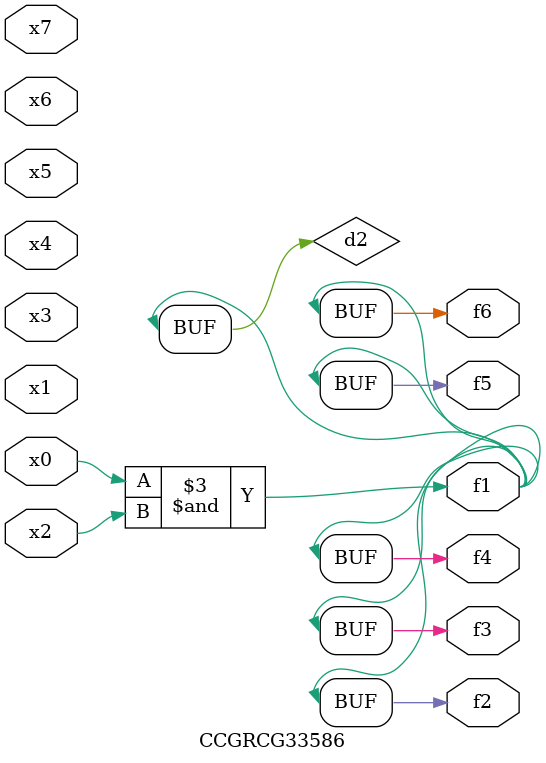
<source format=v>
module CCGRCG33586(
	input x0, x1, x2, x3, x4, x5, x6, x7,
	output f1, f2, f3, f4, f5, f6
);

	wire d1, d2;

	nor (d1, x3, x6);
	and (d2, x0, x2);
	assign f1 = d2;
	assign f2 = d2;
	assign f3 = d2;
	assign f4 = d2;
	assign f5 = d2;
	assign f6 = d2;
endmodule

</source>
